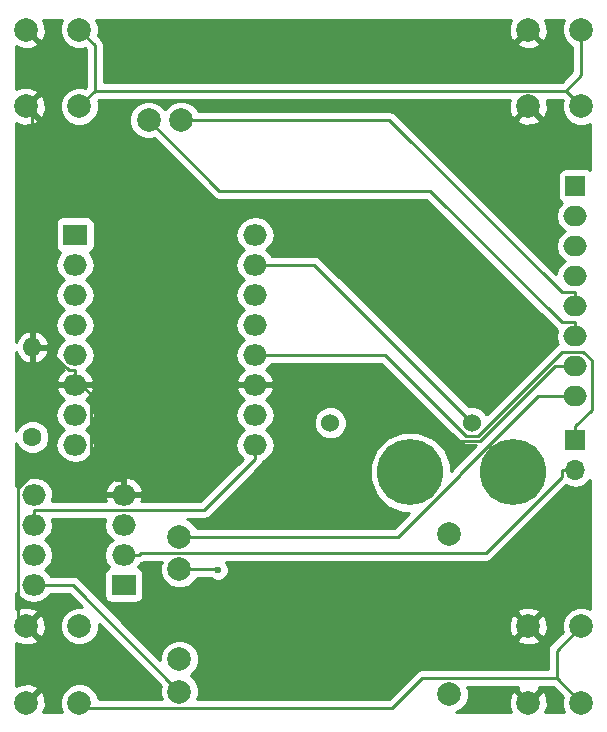
<source format=gbr>
G04 #@! TF.FileFunction,Copper,L2,Bot,Signal*
%FSLAX46Y46*%
G04 Gerber Fmt 4.6, Leading zero omitted, Abs format (unit mm)*
G04 Created by KiCad (PCBNEW 4.0.7-e2-6376~61~ubuntu18.04.1) date Tue Sep  4 16:19:30 2018*
%MOMM*%
%LPD*%
G01*
G04 APERTURE LIST*
%ADD10C,0.100000*%
%ADD11C,1.524000*%
%ADD12C,5.600000*%
%ADD13R,1.700000X1.700000*%
%ADD14O,2.000000X1.700000*%
%ADD15C,2.000000*%
%ADD16R,2.000000X1.800000*%
%ADD17O,2.000000X1.800000*%
%ADD18C,1.600000*%
%ADD19O,1.600000X1.600000*%
%ADD20O,1.700000X1.700000*%
%ADD21C,0.600000*%
%ADD22C,0.250000*%
%ADD23C,0.254000*%
G04 APERTURE END LIST*
D10*
D11*
X160500000Y-122300000D03*
X172500000Y-122300000D03*
D12*
X167250000Y-126500000D03*
X176000000Y-126500000D03*
D13*
X181250000Y-102250000D03*
D14*
X181250000Y-104790000D03*
X181250000Y-107330000D03*
X181250000Y-109870000D03*
X181250000Y-112410000D03*
X181250000Y-114950000D03*
X181250000Y-117490000D03*
X181250000Y-120030000D03*
D15*
X139250000Y-95500000D03*
X134750000Y-95500000D03*
X139250000Y-89000000D03*
X134750000Y-89000000D03*
X181750000Y-95500000D03*
X177250000Y-95500000D03*
X181750000Y-89000000D03*
X177250000Y-89000000D03*
X181750000Y-146000000D03*
X177250000Y-146000000D03*
X181750000Y-139500000D03*
X177250000Y-139500000D03*
X139250000Y-146000000D03*
X134750000Y-146000000D03*
X139250000Y-139500000D03*
X134750000Y-139500000D03*
X147720000Y-142310000D03*
X147720000Y-134690000D03*
X147720000Y-131946800D03*
X147720000Y-145053200D03*
X170580000Y-131743600D03*
X170580000Y-145256400D03*
D16*
X143000000Y-136000000D03*
D17*
X135380000Y-128380000D03*
X143000000Y-133460000D03*
X135380000Y-130920000D03*
X143000000Y-130920000D03*
X135380000Y-133460000D03*
X143000000Y-128380000D03*
X135380000Y-136000000D03*
X154120000Y-124140000D03*
X154120000Y-121600000D03*
X154120000Y-119060000D03*
X154120000Y-116520000D03*
X154120000Y-113980000D03*
X154120000Y-111440000D03*
X154120000Y-108900000D03*
X154120000Y-106360000D03*
X138880000Y-124140000D03*
X138880000Y-121600000D03*
X138880000Y-119060000D03*
X138880000Y-116520000D03*
X138880000Y-113980000D03*
X138880000Y-111440000D03*
X138880000Y-108900000D03*
D16*
X138880000Y-106360000D03*
D15*
X147875000Y-96650000D03*
X145100000Y-96650000D03*
D18*
X135250000Y-123500000D03*
D19*
X135250000Y-115880000D03*
D13*
X181250000Y-123750000D03*
D20*
X181250000Y-126290000D03*
D21*
X150983000Y-134760300D03*
D22*
X159100000Y-108900000D02*
X172500000Y-122300000D01*
X154120000Y-108900000D02*
X159100000Y-108900000D01*
X140575400Y-90325400D02*
X139250000Y-89000000D01*
X140575400Y-94174600D02*
X140575400Y-90325400D01*
X140575400Y-94174600D02*
X139250000Y-95500000D01*
X179655500Y-141594500D02*
X181750000Y-139500000D01*
X179655500Y-143905500D02*
X179655500Y-141594500D01*
X168249000Y-143905500D02*
X179655500Y-143905500D01*
X165741700Y-146412800D02*
X168249000Y-143905500D01*
X139662800Y-146412800D02*
X165741700Y-146412800D01*
X139250000Y-146000000D02*
X139662800Y-146412800D01*
X179655500Y-143905500D02*
X181750000Y-146000000D01*
X181750000Y-92849200D02*
X181750000Y-89000000D01*
X180424600Y-94174600D02*
X181750000Y-92849200D01*
X181750000Y-95500000D02*
X180424600Y-94174600D01*
X180424600Y-94174600D02*
X140575400Y-94174600D01*
X165109300Y-116520000D02*
X154120000Y-116520000D01*
X171989000Y-123399700D02*
X165109300Y-116520000D01*
X172973800Y-123399700D02*
X171989000Y-123399700D01*
X180083300Y-116290200D02*
X172973800Y-123399700D01*
X181897700Y-116290200D02*
X180083300Y-116290200D01*
X182607300Y-116999800D02*
X181897700Y-116290200D01*
X182607300Y-121217400D02*
X182607300Y-116999800D01*
X181250000Y-122574700D02*
X182607300Y-121217400D01*
X181250000Y-123750000D02*
X181250000Y-122574700D01*
X138666800Y-136000000D02*
X135380000Y-136000000D01*
X147720000Y-145053200D02*
X138666800Y-136000000D01*
X149790600Y-129694700D02*
X135380000Y-129694700D01*
X154120000Y-125365300D02*
X149790600Y-129694700D01*
X135380000Y-130920000D02*
X135380000Y-129694700D01*
X154120000Y-124140000D02*
X154120000Y-125365300D01*
X180074700Y-111234700D02*
X181250000Y-111234700D01*
X165490000Y-96650000D02*
X180074700Y-111234700D01*
X147875000Y-96650000D02*
X165490000Y-96650000D01*
X181250000Y-112410000D02*
X181250000Y-111234700D01*
X181250000Y-114950000D02*
X181250000Y-113774700D01*
X180074700Y-113774700D02*
X181250000Y-113774700D01*
X168946600Y-102646600D02*
X180074700Y-113774700D01*
X151096600Y-102646600D02*
X168946600Y-102646600D01*
X145100000Y-96650000D02*
X151096600Y-102646600D01*
X150912700Y-134690000D02*
X150983000Y-134760300D01*
X147720000Y-134690000D02*
X150912700Y-134690000D01*
X135250000Y-96000000D02*
X134750000Y-95500000D01*
X135250000Y-115880000D02*
X135250000Y-96000000D01*
X138330000Y-117834700D02*
X138880000Y-117834700D01*
X136375300Y-115880000D02*
X138330000Y-117834700D01*
X135250000Y-115880000D02*
X136375300Y-115880000D01*
X138880000Y-119060000D02*
X138880000Y-118547200D01*
X138880000Y-118547200D02*
X138880000Y-117834700D01*
X134053600Y-138803600D02*
X134750000Y-139500000D01*
X134053600Y-127810800D02*
X134053600Y-138803600D01*
X136135700Y-125728700D02*
X134053600Y-127810800D01*
X139518600Y-125728700D02*
X136135700Y-125728700D01*
X140231600Y-125015700D02*
X139518600Y-125728700D01*
X142370600Y-127154700D02*
X143000000Y-127154700D01*
X140231600Y-125015700D02*
X142370600Y-127154700D01*
X143000000Y-128380000D02*
X143000000Y-127154700D01*
X165750300Y-119060000D02*
X154120000Y-119060000D01*
X170567600Y-123877300D02*
X165750300Y-119060000D01*
X173133100Y-123877300D02*
X170567600Y-123877300D01*
X179520400Y-117490000D02*
X173133100Y-123877300D01*
X181250000Y-117490000D02*
X179520400Y-117490000D01*
X141070400Y-119060000D02*
X140231600Y-119898800D01*
X154120000Y-119060000D02*
X141070400Y-119060000D01*
X138880000Y-118547200D02*
X140231600Y-119898800D01*
X140231600Y-119898800D02*
X140231600Y-125015700D01*
X178048200Y-120030000D02*
X181250000Y-120030000D01*
X171465700Y-126612500D02*
X178048200Y-120030000D01*
X171465700Y-126705400D02*
X171465700Y-126612500D01*
X166224300Y-131946800D02*
X171465700Y-126705400D01*
X147720000Y-131946800D02*
X166224300Y-131946800D01*
X144466900Y-133318400D02*
X144325300Y-133460000D01*
X173633900Y-133318400D02*
X144466900Y-133318400D01*
X180074700Y-126877600D02*
X173633900Y-133318400D01*
X180074700Y-126290000D02*
X180074700Y-126877600D01*
X181250000Y-126290000D02*
X180074700Y-126290000D01*
X143000000Y-133460000D02*
X144325300Y-133460000D01*
D23*
G36*
X176277073Y-144847468D02*
X177250000Y-145820395D01*
X178222927Y-144847468D01*
X178155649Y-144665500D01*
X179340698Y-144665500D01*
X180183725Y-145508527D01*
X180115284Y-145673352D01*
X180114716Y-146323795D01*
X180307349Y-146790000D01*
X178700692Y-146790000D01*
X178895908Y-146264539D01*
X178871856Y-145614540D01*
X178669387Y-145125736D01*
X178402532Y-145027073D01*
X177429605Y-146000000D01*
X177443748Y-146014143D01*
X177264143Y-146193748D01*
X177250000Y-146179605D01*
X177235858Y-146193748D01*
X177056253Y-146014143D01*
X177070395Y-146000000D01*
X176097468Y-145027073D01*
X175830613Y-145125736D01*
X175604092Y-145735461D01*
X175628144Y-146385460D01*
X175795710Y-146790000D01*
X171149888Y-146790000D01*
X171504943Y-146643294D01*
X171965278Y-146183763D01*
X172214716Y-145583048D01*
X172215284Y-144932605D01*
X172104918Y-144665500D01*
X176344351Y-144665500D01*
X176277073Y-144847468D01*
X176277073Y-144847468D01*
G37*
X176277073Y-144847468D02*
X177250000Y-145820395D01*
X178222927Y-144847468D01*
X178155649Y-144665500D01*
X179340698Y-144665500D01*
X180183725Y-145508527D01*
X180115284Y-145673352D01*
X180114716Y-146323795D01*
X180307349Y-146790000D01*
X178700692Y-146790000D01*
X178895908Y-146264539D01*
X178871856Y-145614540D01*
X178669387Y-145125736D01*
X178402532Y-145027073D01*
X177429605Y-146000000D01*
X177443748Y-146014143D01*
X177264143Y-146193748D01*
X177250000Y-146179605D01*
X177235858Y-146193748D01*
X177056253Y-146014143D01*
X177070395Y-146000000D01*
X176097468Y-145027073D01*
X175830613Y-145125736D01*
X175604092Y-145735461D01*
X175628144Y-146385460D01*
X175795710Y-146790000D01*
X171149888Y-146790000D01*
X171504943Y-146643294D01*
X171965278Y-146183763D01*
X172214716Y-145583048D01*
X172215284Y-144932605D01*
X172104918Y-144665500D01*
X176344351Y-144665500D01*
X176277073Y-144847468D01*
G36*
X134162559Y-137085409D02*
X134660549Y-137418155D01*
X135247968Y-137535000D01*
X135512032Y-137535000D01*
X136099451Y-137418155D01*
X136597441Y-137085409D01*
X136814872Y-136760000D01*
X138351998Y-136760000D01*
X139457178Y-137865180D01*
X138926205Y-137864716D01*
X138325057Y-138113106D01*
X137864722Y-138572637D01*
X137615284Y-139173352D01*
X137614716Y-139823795D01*
X137863106Y-140424943D01*
X138322637Y-140885278D01*
X138923352Y-141134716D01*
X139573795Y-141135284D01*
X140174943Y-140886894D01*
X140635278Y-140427363D01*
X140884716Y-139826648D01*
X140885182Y-139293184D01*
X146153725Y-144561727D01*
X146085284Y-144726552D01*
X146084716Y-145376995D01*
X146198677Y-145652800D01*
X140875613Y-145652800D01*
X140636894Y-145075057D01*
X140177363Y-144614722D01*
X139576648Y-144365284D01*
X138926205Y-144364716D01*
X138325057Y-144613106D01*
X137864722Y-145072637D01*
X137615284Y-145673352D01*
X137614716Y-146323795D01*
X137807349Y-146790000D01*
X136200692Y-146790000D01*
X136395908Y-146264539D01*
X136371856Y-145614540D01*
X136169387Y-145125736D01*
X135902532Y-145027073D01*
X134929605Y-146000000D01*
X134943748Y-146014143D01*
X134764143Y-146193748D01*
X134750000Y-146179605D01*
X134735858Y-146193748D01*
X134556253Y-146014143D01*
X134570395Y-146000000D01*
X134556253Y-145985858D01*
X134735858Y-145806253D01*
X134750000Y-145820395D01*
X135722927Y-144847468D01*
X135624264Y-144580613D01*
X135014539Y-144354092D01*
X134364540Y-144378144D01*
X133910000Y-144566420D01*
X133910000Y-140932117D01*
X134485461Y-141145908D01*
X135135460Y-141121856D01*
X135624264Y-140919387D01*
X135722927Y-140652532D01*
X134750000Y-139679605D01*
X134735858Y-139693748D01*
X134556253Y-139514143D01*
X134570395Y-139500000D01*
X134929605Y-139500000D01*
X135902532Y-140472927D01*
X136169387Y-140374264D01*
X136395908Y-139764539D01*
X136371856Y-139114540D01*
X136169387Y-138625736D01*
X135902532Y-138527073D01*
X134929605Y-139500000D01*
X134570395Y-139500000D01*
X134556253Y-139485858D01*
X134735858Y-139306253D01*
X134750000Y-139320395D01*
X135722927Y-138347468D01*
X135624264Y-138080613D01*
X135014539Y-137854092D01*
X134364540Y-137878144D01*
X133910000Y-138066420D01*
X133910000Y-136707427D01*
X134162559Y-137085409D01*
X134162559Y-137085409D01*
G37*
X134162559Y-137085409D02*
X134660549Y-137418155D01*
X135247968Y-137535000D01*
X135512032Y-137535000D01*
X136099451Y-137418155D01*
X136597441Y-137085409D01*
X136814872Y-136760000D01*
X138351998Y-136760000D01*
X139457178Y-137865180D01*
X138926205Y-137864716D01*
X138325057Y-138113106D01*
X137864722Y-138572637D01*
X137615284Y-139173352D01*
X137614716Y-139823795D01*
X137863106Y-140424943D01*
X138322637Y-140885278D01*
X138923352Y-141134716D01*
X139573795Y-141135284D01*
X140174943Y-140886894D01*
X140635278Y-140427363D01*
X140884716Y-139826648D01*
X140885182Y-139293184D01*
X146153725Y-144561727D01*
X146085284Y-144726552D01*
X146084716Y-145376995D01*
X146198677Y-145652800D01*
X140875613Y-145652800D01*
X140636894Y-145075057D01*
X140177363Y-144614722D01*
X139576648Y-144365284D01*
X138926205Y-144364716D01*
X138325057Y-144613106D01*
X137864722Y-145072637D01*
X137615284Y-145673352D01*
X137614716Y-146323795D01*
X137807349Y-146790000D01*
X136200692Y-146790000D01*
X136395908Y-146264539D01*
X136371856Y-145614540D01*
X136169387Y-145125736D01*
X135902532Y-145027073D01*
X134929605Y-146000000D01*
X134943748Y-146014143D01*
X134764143Y-146193748D01*
X134750000Y-146179605D01*
X134735858Y-146193748D01*
X134556253Y-146014143D01*
X134570395Y-146000000D01*
X134556253Y-145985858D01*
X134735858Y-145806253D01*
X134750000Y-145820395D01*
X135722927Y-144847468D01*
X135624264Y-144580613D01*
X135014539Y-144354092D01*
X134364540Y-144378144D01*
X133910000Y-144566420D01*
X133910000Y-140932117D01*
X134485461Y-141145908D01*
X135135460Y-141121856D01*
X135624264Y-140919387D01*
X135722927Y-140652532D01*
X134750000Y-139679605D01*
X134735858Y-139693748D01*
X134556253Y-139514143D01*
X134570395Y-139500000D01*
X134929605Y-139500000D01*
X135902532Y-140472927D01*
X136169387Y-140374264D01*
X136395908Y-139764539D01*
X136371856Y-139114540D01*
X136169387Y-138625736D01*
X135902532Y-138527073D01*
X134929605Y-139500000D01*
X134570395Y-139500000D01*
X134556253Y-139485858D01*
X134735858Y-139306253D01*
X134750000Y-139320395D01*
X135722927Y-138347468D01*
X135624264Y-138080613D01*
X135014539Y-137854092D01*
X134364540Y-137878144D01*
X133910000Y-138066420D01*
X133910000Y-136707427D01*
X134162559Y-137085409D01*
G36*
X182490000Y-138036922D02*
X182076648Y-137865284D01*
X181426205Y-137864716D01*
X180825057Y-138113106D01*
X180364722Y-138572637D01*
X180115284Y-139173352D01*
X180114716Y-139823795D01*
X180183919Y-139991279D01*
X179118099Y-141057099D01*
X178953352Y-141303661D01*
X178895500Y-141594500D01*
X178895500Y-143145500D01*
X168249000Y-143145500D01*
X167958161Y-143203352D01*
X167711599Y-143368099D01*
X165426898Y-145652800D01*
X149241377Y-145652800D01*
X149354716Y-145379848D01*
X149355284Y-144729405D01*
X149106894Y-144128257D01*
X148660641Y-143681223D01*
X149105278Y-143237363D01*
X149354716Y-142636648D01*
X149355284Y-141986205D01*
X149106894Y-141385057D01*
X148647363Y-140924722D01*
X148046648Y-140675284D01*
X147396205Y-140674716D01*
X146795057Y-140923106D01*
X146334722Y-141382637D01*
X146085284Y-141983352D01*
X146084970Y-142343368D01*
X144394134Y-140652532D01*
X176277073Y-140652532D01*
X176375736Y-140919387D01*
X176985461Y-141145908D01*
X177635460Y-141121856D01*
X178124264Y-140919387D01*
X178222927Y-140652532D01*
X177250000Y-139679605D01*
X176277073Y-140652532D01*
X144394134Y-140652532D01*
X142977063Y-139235461D01*
X175604092Y-139235461D01*
X175628144Y-139885460D01*
X175830613Y-140374264D01*
X176097468Y-140472927D01*
X177070395Y-139500000D01*
X177429605Y-139500000D01*
X178402532Y-140472927D01*
X178669387Y-140374264D01*
X178895908Y-139764539D01*
X178871856Y-139114540D01*
X178669387Y-138625736D01*
X178402532Y-138527073D01*
X177429605Y-139500000D01*
X177070395Y-139500000D01*
X176097468Y-138527073D01*
X175830613Y-138625736D01*
X175604092Y-139235461D01*
X142977063Y-139235461D01*
X142089070Y-138347468D01*
X176277073Y-138347468D01*
X177250000Y-139320395D01*
X178222927Y-138347468D01*
X178124264Y-138080613D01*
X177514539Y-137854092D01*
X176864540Y-137878144D01*
X176375736Y-138080613D01*
X176277073Y-138347468D01*
X142089070Y-138347468D01*
X139204201Y-135462599D01*
X138957639Y-135297852D01*
X138666800Y-135240000D01*
X136814872Y-135240000D01*
X136597441Y-134914591D01*
X136321181Y-134730000D01*
X136597441Y-134545409D01*
X136930187Y-134047419D01*
X137047032Y-133460000D01*
X136930187Y-132872581D01*
X136597441Y-132374591D01*
X136321181Y-132190000D01*
X136597441Y-132005409D01*
X136930187Y-131507419D01*
X137047032Y-130920000D01*
X136954478Y-130454700D01*
X141425522Y-130454700D01*
X141332968Y-130920000D01*
X141449813Y-131507419D01*
X141782559Y-132005409D01*
X142058819Y-132190000D01*
X141782559Y-132374591D01*
X141449813Y-132872581D01*
X141332968Y-133460000D01*
X141449813Y-134047419D01*
X141754488Y-134503398D01*
X141548559Y-134635910D01*
X141403569Y-134848110D01*
X141352560Y-135100000D01*
X141352560Y-136900000D01*
X141396838Y-137135317D01*
X141535910Y-137351441D01*
X141748110Y-137496431D01*
X142000000Y-137547440D01*
X144000000Y-137547440D01*
X144235317Y-137503162D01*
X144451441Y-137364090D01*
X144596431Y-137151890D01*
X144647440Y-136900000D01*
X144647440Y-135100000D01*
X144603162Y-134864683D01*
X144464090Y-134648559D01*
X144251890Y-134503569D01*
X144246171Y-134502411D01*
X144451668Y-134194864D01*
X144616139Y-134162148D01*
X144741477Y-134078400D01*
X146203606Y-134078400D01*
X146085284Y-134363352D01*
X146084716Y-135013795D01*
X146333106Y-135614943D01*
X146792637Y-136075278D01*
X147393352Y-136324716D01*
X148043795Y-136325284D01*
X148644943Y-136076894D01*
X149105278Y-135617363D01*
X149174773Y-135450000D01*
X150350360Y-135450000D01*
X150452673Y-135552492D01*
X150796201Y-135695138D01*
X151168167Y-135695462D01*
X151511943Y-135553417D01*
X151775192Y-135290627D01*
X151917838Y-134947099D01*
X151918162Y-134575133D01*
X151776117Y-134231357D01*
X151623427Y-134078400D01*
X173633900Y-134078400D01*
X173924739Y-134020548D01*
X174171301Y-133855801D01*
X180480290Y-127546812D01*
X180652622Y-127661961D01*
X181220907Y-127775000D01*
X181279093Y-127775000D01*
X181847378Y-127661961D01*
X182329147Y-127340054D01*
X182490000Y-127099320D01*
X182490000Y-138036922D01*
X182490000Y-138036922D01*
G37*
X182490000Y-138036922D02*
X182076648Y-137865284D01*
X181426205Y-137864716D01*
X180825057Y-138113106D01*
X180364722Y-138572637D01*
X180115284Y-139173352D01*
X180114716Y-139823795D01*
X180183919Y-139991279D01*
X179118099Y-141057099D01*
X178953352Y-141303661D01*
X178895500Y-141594500D01*
X178895500Y-143145500D01*
X168249000Y-143145500D01*
X167958161Y-143203352D01*
X167711599Y-143368099D01*
X165426898Y-145652800D01*
X149241377Y-145652800D01*
X149354716Y-145379848D01*
X149355284Y-144729405D01*
X149106894Y-144128257D01*
X148660641Y-143681223D01*
X149105278Y-143237363D01*
X149354716Y-142636648D01*
X149355284Y-141986205D01*
X149106894Y-141385057D01*
X148647363Y-140924722D01*
X148046648Y-140675284D01*
X147396205Y-140674716D01*
X146795057Y-140923106D01*
X146334722Y-141382637D01*
X146085284Y-141983352D01*
X146084970Y-142343368D01*
X144394134Y-140652532D01*
X176277073Y-140652532D01*
X176375736Y-140919387D01*
X176985461Y-141145908D01*
X177635460Y-141121856D01*
X178124264Y-140919387D01*
X178222927Y-140652532D01*
X177250000Y-139679605D01*
X176277073Y-140652532D01*
X144394134Y-140652532D01*
X142977063Y-139235461D01*
X175604092Y-139235461D01*
X175628144Y-139885460D01*
X175830613Y-140374264D01*
X176097468Y-140472927D01*
X177070395Y-139500000D01*
X177429605Y-139500000D01*
X178402532Y-140472927D01*
X178669387Y-140374264D01*
X178895908Y-139764539D01*
X178871856Y-139114540D01*
X178669387Y-138625736D01*
X178402532Y-138527073D01*
X177429605Y-139500000D01*
X177070395Y-139500000D01*
X176097468Y-138527073D01*
X175830613Y-138625736D01*
X175604092Y-139235461D01*
X142977063Y-139235461D01*
X142089070Y-138347468D01*
X176277073Y-138347468D01*
X177250000Y-139320395D01*
X178222927Y-138347468D01*
X178124264Y-138080613D01*
X177514539Y-137854092D01*
X176864540Y-137878144D01*
X176375736Y-138080613D01*
X176277073Y-138347468D01*
X142089070Y-138347468D01*
X139204201Y-135462599D01*
X138957639Y-135297852D01*
X138666800Y-135240000D01*
X136814872Y-135240000D01*
X136597441Y-134914591D01*
X136321181Y-134730000D01*
X136597441Y-134545409D01*
X136930187Y-134047419D01*
X137047032Y-133460000D01*
X136930187Y-132872581D01*
X136597441Y-132374591D01*
X136321181Y-132190000D01*
X136597441Y-132005409D01*
X136930187Y-131507419D01*
X137047032Y-130920000D01*
X136954478Y-130454700D01*
X141425522Y-130454700D01*
X141332968Y-130920000D01*
X141449813Y-131507419D01*
X141782559Y-132005409D01*
X142058819Y-132190000D01*
X141782559Y-132374591D01*
X141449813Y-132872581D01*
X141332968Y-133460000D01*
X141449813Y-134047419D01*
X141754488Y-134503398D01*
X141548559Y-134635910D01*
X141403569Y-134848110D01*
X141352560Y-135100000D01*
X141352560Y-136900000D01*
X141396838Y-137135317D01*
X141535910Y-137351441D01*
X141748110Y-137496431D01*
X142000000Y-137547440D01*
X144000000Y-137547440D01*
X144235317Y-137503162D01*
X144451441Y-137364090D01*
X144596431Y-137151890D01*
X144647440Y-136900000D01*
X144647440Y-135100000D01*
X144603162Y-134864683D01*
X144464090Y-134648559D01*
X144251890Y-134503569D01*
X144246171Y-134502411D01*
X144451668Y-134194864D01*
X144616139Y-134162148D01*
X144741477Y-134078400D01*
X146203606Y-134078400D01*
X146085284Y-134363352D01*
X146084716Y-135013795D01*
X146333106Y-135614943D01*
X146792637Y-136075278D01*
X147393352Y-136324716D01*
X148043795Y-136325284D01*
X148644943Y-136076894D01*
X149105278Y-135617363D01*
X149174773Y-135450000D01*
X150350360Y-135450000D01*
X150452673Y-135552492D01*
X150796201Y-135695138D01*
X151168167Y-135695462D01*
X151511943Y-135553417D01*
X151775192Y-135290627D01*
X151917838Y-134947099D01*
X151918162Y-134575133D01*
X151776117Y-134231357D01*
X151623427Y-134078400D01*
X173633900Y-134078400D01*
X173924739Y-134020548D01*
X174171301Y-133855801D01*
X180480290Y-127546812D01*
X180652622Y-127661961D01*
X181220907Y-127775000D01*
X181279093Y-127775000D01*
X181847378Y-127661961D01*
X182329147Y-127340054D01*
X182490000Y-127099320D01*
X182490000Y-138036922D01*
G36*
X137615284Y-88673352D02*
X137614716Y-89323795D01*
X137863106Y-89924943D01*
X138322637Y-90385278D01*
X138923352Y-90634716D01*
X139573795Y-90635284D01*
X139741279Y-90566081D01*
X139815400Y-90640202D01*
X139815400Y-93859798D01*
X139741473Y-93933725D01*
X139576648Y-93865284D01*
X138926205Y-93864716D01*
X138325057Y-94113106D01*
X137864722Y-94572637D01*
X137615284Y-95173352D01*
X137614716Y-95823795D01*
X137863106Y-96424943D01*
X138322637Y-96885278D01*
X138923352Y-97134716D01*
X139573795Y-97135284D01*
X140174943Y-96886894D01*
X140635278Y-96427363D01*
X140884716Y-95826648D01*
X140885284Y-95176205D01*
X140816081Y-95008721D01*
X140890202Y-94934600D01*
X175715866Y-94934600D01*
X175604092Y-95235461D01*
X175628144Y-95885460D01*
X175830613Y-96374264D01*
X176097468Y-96472927D01*
X177070395Y-95500000D01*
X177056253Y-95485858D01*
X177235858Y-95306253D01*
X177250000Y-95320395D01*
X177264143Y-95306253D01*
X177443748Y-95485858D01*
X177429605Y-95500000D01*
X178402532Y-96472927D01*
X178669387Y-96374264D01*
X178895908Y-95764539D01*
X178871856Y-95114540D01*
X178797323Y-94934600D01*
X180109798Y-94934600D01*
X180183725Y-95008527D01*
X180115284Y-95173352D01*
X180114716Y-95823795D01*
X180363106Y-96424943D01*
X180822637Y-96885278D01*
X181423352Y-97134716D01*
X182073795Y-97135284D01*
X182490000Y-96963311D01*
X182490000Y-100897935D01*
X182351890Y-100803569D01*
X182100000Y-100752560D01*
X180400000Y-100752560D01*
X180164683Y-100796838D01*
X179948559Y-100935910D01*
X179803569Y-101148110D01*
X179752560Y-101400000D01*
X179752560Y-103100000D01*
X179796838Y-103335317D01*
X179935910Y-103551441D01*
X180115938Y-103674449D01*
X180017914Y-103739946D01*
X179696007Y-104221715D01*
X179582968Y-104790000D01*
X179696007Y-105358285D01*
X180017914Y-105840054D01*
X180347087Y-106060000D01*
X180017914Y-106279946D01*
X179696007Y-106761715D01*
X179582968Y-107330000D01*
X179696007Y-107898285D01*
X180017914Y-108380054D01*
X180347087Y-108600000D01*
X180017914Y-108819946D01*
X179696007Y-109301715D01*
X179616454Y-109701652D01*
X166567334Y-96652532D01*
X176277073Y-96652532D01*
X176375736Y-96919387D01*
X176985461Y-97145908D01*
X177635460Y-97121856D01*
X178124264Y-96919387D01*
X178222927Y-96652532D01*
X177250000Y-95679605D01*
X176277073Y-96652532D01*
X166567334Y-96652532D01*
X166027401Y-96112599D01*
X165780839Y-95947852D01*
X165490000Y-95890000D01*
X149330047Y-95890000D01*
X149261894Y-95725057D01*
X148802363Y-95264722D01*
X148201648Y-95015284D01*
X147551205Y-95014716D01*
X146950057Y-95263106D01*
X146489722Y-95722637D01*
X146487803Y-95727258D01*
X146486894Y-95725057D01*
X146027363Y-95264722D01*
X145426648Y-95015284D01*
X144776205Y-95014716D01*
X144175057Y-95263106D01*
X143714722Y-95722637D01*
X143465284Y-96323352D01*
X143464716Y-96973795D01*
X143713106Y-97574943D01*
X144172637Y-98035278D01*
X144773352Y-98284716D01*
X145423795Y-98285284D01*
X145591279Y-98216081D01*
X150559199Y-103184001D01*
X150805761Y-103348748D01*
X151096600Y-103406600D01*
X168631798Y-103406600D01*
X179537299Y-114312101D01*
X179689611Y-114413872D01*
X179582968Y-114950000D01*
X179696007Y-115518285D01*
X179758006Y-115611073D01*
X179545899Y-115752799D01*
X173715415Y-121583283D01*
X173685010Y-121509697D01*
X173292370Y-121116371D01*
X172779100Y-120903243D01*
X172223339Y-120902758D01*
X172190945Y-120916143D01*
X159637401Y-108362599D01*
X159390839Y-108197852D01*
X159100000Y-108140000D01*
X155554872Y-108140000D01*
X155337441Y-107814591D01*
X155061181Y-107630000D01*
X155337441Y-107445409D01*
X155670187Y-106947419D01*
X155787032Y-106360000D01*
X155670187Y-105772581D01*
X155337441Y-105274591D01*
X154839451Y-104941845D01*
X154252032Y-104825000D01*
X153987968Y-104825000D01*
X153400549Y-104941845D01*
X152902559Y-105274591D01*
X152569813Y-105772581D01*
X152452968Y-106360000D01*
X152569813Y-106947419D01*
X152902559Y-107445409D01*
X153178819Y-107630000D01*
X152902559Y-107814591D01*
X152569813Y-108312581D01*
X152452968Y-108900000D01*
X152569813Y-109487419D01*
X152902559Y-109985409D01*
X153178819Y-110170000D01*
X152902559Y-110354591D01*
X152569813Y-110852581D01*
X152452968Y-111440000D01*
X152569813Y-112027419D01*
X152902559Y-112525409D01*
X153178819Y-112710000D01*
X152902559Y-112894591D01*
X152569813Y-113392581D01*
X152452968Y-113980000D01*
X152569813Y-114567419D01*
X152902559Y-115065409D01*
X153178819Y-115250000D01*
X152902559Y-115434591D01*
X152569813Y-115932581D01*
X152452968Y-116520000D01*
X152569813Y-117107419D01*
X152902559Y-117605409D01*
X153174054Y-117786816D01*
X152763191Y-118180248D01*
X152528964Y-118695260D01*
X152649622Y-118933000D01*
X153993000Y-118933000D01*
X153993000Y-118913000D01*
X154247000Y-118913000D01*
X154247000Y-118933000D01*
X155590378Y-118933000D01*
X155711036Y-118695260D01*
X155476809Y-118180248D01*
X155065946Y-117786816D01*
X155337441Y-117605409D01*
X155554872Y-117280000D01*
X164794498Y-117280000D01*
X171451599Y-123937101D01*
X171698161Y-124101848D01*
X171989000Y-124159700D01*
X172843698Y-124159700D01*
X170928299Y-126075099D01*
X170763552Y-126321661D01*
X170760800Y-126335498D01*
X170685079Y-126411219D01*
X170685595Y-125819734D01*
X170163750Y-124556771D01*
X169198312Y-123589646D01*
X167936261Y-123065597D01*
X166569734Y-123064405D01*
X165306771Y-123586250D01*
X164339646Y-124551688D01*
X163815597Y-125813739D01*
X163814405Y-127180266D01*
X164336250Y-128443229D01*
X165301688Y-129410354D01*
X166563739Y-129934403D01*
X167161374Y-129934924D01*
X165909498Y-131186800D01*
X149175047Y-131186800D01*
X149106894Y-131021857D01*
X148647363Y-130561522D01*
X148390106Y-130454700D01*
X149790600Y-130454700D01*
X150081439Y-130396848D01*
X150328001Y-130232101D01*
X154657401Y-125902701D01*
X154822148Y-125656140D01*
X154841974Y-125556469D01*
X155337441Y-125225409D01*
X155670187Y-124727419D01*
X155787032Y-124140000D01*
X155670187Y-123552581D01*
X155337441Y-123054591D01*
X155061181Y-122870000D01*
X155337441Y-122685409D01*
X155410104Y-122576661D01*
X159102758Y-122576661D01*
X159314990Y-123090303D01*
X159707630Y-123483629D01*
X160220900Y-123696757D01*
X160776661Y-123697242D01*
X161290303Y-123485010D01*
X161683629Y-123092370D01*
X161896757Y-122579100D01*
X161897242Y-122023339D01*
X161685010Y-121509697D01*
X161292370Y-121116371D01*
X160779100Y-120903243D01*
X160223339Y-120902758D01*
X159709697Y-121114990D01*
X159316371Y-121507630D01*
X159103243Y-122020900D01*
X159102758Y-122576661D01*
X155410104Y-122576661D01*
X155670187Y-122187419D01*
X155787032Y-121600000D01*
X155670187Y-121012581D01*
X155337441Y-120514591D01*
X155065946Y-120333184D01*
X155476809Y-119939752D01*
X155711036Y-119424740D01*
X155590378Y-119187000D01*
X154247000Y-119187000D01*
X154247000Y-119207000D01*
X153993000Y-119207000D01*
X153993000Y-119187000D01*
X152649622Y-119187000D01*
X152528964Y-119424740D01*
X152763191Y-119939752D01*
X153174054Y-120333184D01*
X152902559Y-120514591D01*
X152569813Y-121012581D01*
X152452968Y-121600000D01*
X152569813Y-122187419D01*
X152902559Y-122685409D01*
X153178819Y-122870000D01*
X152902559Y-123054591D01*
X152569813Y-123552581D01*
X152452968Y-124140000D01*
X152569813Y-124727419D01*
X152902559Y-125225409D01*
X153071923Y-125338575D01*
X149475798Y-128934700D01*
X144504642Y-128934700D01*
X144591036Y-128744740D01*
X144470378Y-128507000D01*
X143127000Y-128507000D01*
X143127000Y-128527000D01*
X142873000Y-128527000D01*
X142873000Y-128507000D01*
X141529622Y-128507000D01*
X141408964Y-128744740D01*
X141495358Y-128934700D01*
X136936695Y-128934700D01*
X137047032Y-128380000D01*
X136974481Y-128015260D01*
X141408964Y-128015260D01*
X141529622Y-128253000D01*
X142873000Y-128253000D01*
X142873000Y-127004865D01*
X143127000Y-127004865D01*
X143127000Y-128253000D01*
X144470378Y-128253000D01*
X144591036Y-128015260D01*
X144356809Y-127500248D01*
X143924474Y-127086255D01*
X143366620Y-126869223D01*
X143127000Y-127004865D01*
X142873000Y-127004865D01*
X142633380Y-126869223D01*
X142075526Y-127086255D01*
X141643191Y-127500248D01*
X141408964Y-128015260D01*
X136974481Y-128015260D01*
X136930187Y-127792581D01*
X136597441Y-127294591D01*
X136099451Y-126961845D01*
X135512032Y-126845000D01*
X135247968Y-126845000D01*
X134660549Y-126961845D01*
X134162559Y-127294591D01*
X133910000Y-127672573D01*
X133910000Y-124014705D01*
X134032757Y-124311800D01*
X134436077Y-124715824D01*
X134963309Y-124934750D01*
X135534187Y-124935248D01*
X136061800Y-124717243D01*
X136465824Y-124313923D01*
X136684750Y-123786691D01*
X136685248Y-123215813D01*
X136467243Y-122688200D01*
X136063923Y-122284176D01*
X135536691Y-122065250D01*
X134965813Y-122064752D01*
X134438200Y-122282757D01*
X134034176Y-122686077D01*
X133910000Y-122985126D01*
X133910000Y-121600000D01*
X137212968Y-121600000D01*
X137329813Y-122187419D01*
X137662559Y-122685409D01*
X137938819Y-122870000D01*
X137662559Y-123054591D01*
X137329813Y-123552581D01*
X137212968Y-124140000D01*
X137329813Y-124727419D01*
X137662559Y-125225409D01*
X138160549Y-125558155D01*
X138747968Y-125675000D01*
X139012032Y-125675000D01*
X139599451Y-125558155D01*
X140097441Y-125225409D01*
X140430187Y-124727419D01*
X140547032Y-124140000D01*
X140430187Y-123552581D01*
X140097441Y-123054591D01*
X139821181Y-122870000D01*
X140097441Y-122685409D01*
X140430187Y-122187419D01*
X140547032Y-121600000D01*
X140430187Y-121012581D01*
X140097441Y-120514591D01*
X139825946Y-120333184D01*
X140236809Y-119939752D01*
X140471036Y-119424740D01*
X140350378Y-119187000D01*
X139007000Y-119187000D01*
X139007000Y-119207000D01*
X138753000Y-119207000D01*
X138753000Y-119187000D01*
X137409622Y-119187000D01*
X137288964Y-119424740D01*
X137523191Y-119939752D01*
X137934054Y-120333184D01*
X137662559Y-120514591D01*
X137329813Y-121012581D01*
X137212968Y-121600000D01*
X133910000Y-121600000D01*
X133910000Y-116338730D01*
X134097611Y-116735134D01*
X134512577Y-117111041D01*
X134900961Y-117271904D01*
X135123000Y-117149915D01*
X135123000Y-116007000D01*
X135377000Y-116007000D01*
X135377000Y-117149915D01*
X135599039Y-117271904D01*
X135987423Y-117111041D01*
X136402389Y-116735134D01*
X136641914Y-116229041D01*
X136520629Y-116007000D01*
X135377000Y-116007000D01*
X135123000Y-116007000D01*
X135103000Y-116007000D01*
X135103000Y-115753000D01*
X135123000Y-115753000D01*
X135123000Y-114610085D01*
X135377000Y-114610085D01*
X135377000Y-115753000D01*
X136520629Y-115753000D01*
X136641914Y-115530959D01*
X136402389Y-115024866D01*
X135987423Y-114648959D01*
X135599039Y-114488096D01*
X135377000Y-114610085D01*
X135123000Y-114610085D01*
X134900961Y-114488096D01*
X134512577Y-114648959D01*
X134097611Y-115024866D01*
X133910000Y-115421270D01*
X133910000Y-108900000D01*
X137212968Y-108900000D01*
X137329813Y-109487419D01*
X137662559Y-109985409D01*
X137938819Y-110170000D01*
X137662559Y-110354591D01*
X137329813Y-110852581D01*
X137212968Y-111440000D01*
X137329813Y-112027419D01*
X137662559Y-112525409D01*
X137938819Y-112710000D01*
X137662559Y-112894591D01*
X137329813Y-113392581D01*
X137212968Y-113980000D01*
X137329813Y-114567419D01*
X137662559Y-115065409D01*
X137938819Y-115250000D01*
X137662559Y-115434591D01*
X137329813Y-115932581D01*
X137212968Y-116520000D01*
X137329813Y-117107419D01*
X137662559Y-117605409D01*
X137934054Y-117786816D01*
X137523191Y-118180248D01*
X137288964Y-118695260D01*
X137409622Y-118933000D01*
X138753000Y-118933000D01*
X138753000Y-118913000D01*
X139007000Y-118913000D01*
X139007000Y-118933000D01*
X140350378Y-118933000D01*
X140471036Y-118695260D01*
X140236809Y-118180248D01*
X139825946Y-117786816D01*
X140097441Y-117605409D01*
X140430187Y-117107419D01*
X140547032Y-116520000D01*
X140430187Y-115932581D01*
X140097441Y-115434591D01*
X139821181Y-115250000D01*
X140097441Y-115065409D01*
X140430187Y-114567419D01*
X140547032Y-113980000D01*
X140430187Y-113392581D01*
X140097441Y-112894591D01*
X139821181Y-112710000D01*
X140097441Y-112525409D01*
X140430187Y-112027419D01*
X140547032Y-111440000D01*
X140430187Y-110852581D01*
X140097441Y-110354591D01*
X139821181Y-110170000D01*
X140097441Y-109985409D01*
X140430187Y-109487419D01*
X140547032Y-108900000D01*
X140430187Y-108312581D01*
X140125512Y-107856602D01*
X140331441Y-107724090D01*
X140476431Y-107511890D01*
X140527440Y-107260000D01*
X140527440Y-105460000D01*
X140483162Y-105224683D01*
X140344090Y-105008559D01*
X140131890Y-104863569D01*
X139880000Y-104812560D01*
X137880000Y-104812560D01*
X137644683Y-104856838D01*
X137428559Y-104995910D01*
X137283569Y-105208110D01*
X137232560Y-105460000D01*
X137232560Y-107260000D01*
X137276838Y-107495317D01*
X137415910Y-107711441D01*
X137628110Y-107856431D01*
X137633829Y-107857589D01*
X137329813Y-108312581D01*
X137212968Y-108900000D01*
X133910000Y-108900000D01*
X133910000Y-96932117D01*
X134485461Y-97145908D01*
X135135460Y-97121856D01*
X135624264Y-96919387D01*
X135722927Y-96652532D01*
X134750000Y-95679605D01*
X134735858Y-95693748D01*
X134556253Y-95514143D01*
X134570395Y-95500000D01*
X134929605Y-95500000D01*
X135902532Y-96472927D01*
X136169387Y-96374264D01*
X136395908Y-95764539D01*
X136371856Y-95114540D01*
X136169387Y-94625736D01*
X135902532Y-94527073D01*
X134929605Y-95500000D01*
X134570395Y-95500000D01*
X134556253Y-95485858D01*
X134735858Y-95306253D01*
X134750000Y-95320395D01*
X135722927Y-94347468D01*
X135624264Y-94080613D01*
X135014539Y-93854092D01*
X134364540Y-93878144D01*
X133910000Y-94066420D01*
X133910000Y-90432117D01*
X134485461Y-90645908D01*
X135135460Y-90621856D01*
X135624264Y-90419387D01*
X135722927Y-90152532D01*
X134750000Y-89179605D01*
X134735858Y-89193748D01*
X134556253Y-89014143D01*
X134570395Y-89000000D01*
X134556253Y-88985858D01*
X134735858Y-88806253D01*
X134750000Y-88820395D01*
X134764143Y-88806253D01*
X134943748Y-88985858D01*
X134929605Y-89000000D01*
X135902532Y-89972927D01*
X136169387Y-89874264D01*
X136395908Y-89264539D01*
X136371856Y-88614540D01*
X136204290Y-88210000D01*
X137807684Y-88210000D01*
X137615284Y-88673352D01*
X137615284Y-88673352D01*
G37*
X137615284Y-88673352D02*
X137614716Y-89323795D01*
X137863106Y-89924943D01*
X138322637Y-90385278D01*
X138923352Y-90634716D01*
X139573795Y-90635284D01*
X139741279Y-90566081D01*
X139815400Y-90640202D01*
X139815400Y-93859798D01*
X139741473Y-93933725D01*
X139576648Y-93865284D01*
X138926205Y-93864716D01*
X138325057Y-94113106D01*
X137864722Y-94572637D01*
X137615284Y-95173352D01*
X137614716Y-95823795D01*
X137863106Y-96424943D01*
X138322637Y-96885278D01*
X138923352Y-97134716D01*
X139573795Y-97135284D01*
X140174943Y-96886894D01*
X140635278Y-96427363D01*
X140884716Y-95826648D01*
X140885284Y-95176205D01*
X140816081Y-95008721D01*
X140890202Y-94934600D01*
X175715866Y-94934600D01*
X175604092Y-95235461D01*
X175628144Y-95885460D01*
X175830613Y-96374264D01*
X176097468Y-96472927D01*
X177070395Y-95500000D01*
X177056253Y-95485858D01*
X177235858Y-95306253D01*
X177250000Y-95320395D01*
X177264143Y-95306253D01*
X177443748Y-95485858D01*
X177429605Y-95500000D01*
X178402532Y-96472927D01*
X178669387Y-96374264D01*
X178895908Y-95764539D01*
X178871856Y-95114540D01*
X178797323Y-94934600D01*
X180109798Y-94934600D01*
X180183725Y-95008527D01*
X180115284Y-95173352D01*
X180114716Y-95823795D01*
X180363106Y-96424943D01*
X180822637Y-96885278D01*
X181423352Y-97134716D01*
X182073795Y-97135284D01*
X182490000Y-96963311D01*
X182490000Y-100897935D01*
X182351890Y-100803569D01*
X182100000Y-100752560D01*
X180400000Y-100752560D01*
X180164683Y-100796838D01*
X179948559Y-100935910D01*
X179803569Y-101148110D01*
X179752560Y-101400000D01*
X179752560Y-103100000D01*
X179796838Y-103335317D01*
X179935910Y-103551441D01*
X180115938Y-103674449D01*
X180017914Y-103739946D01*
X179696007Y-104221715D01*
X179582968Y-104790000D01*
X179696007Y-105358285D01*
X180017914Y-105840054D01*
X180347087Y-106060000D01*
X180017914Y-106279946D01*
X179696007Y-106761715D01*
X179582968Y-107330000D01*
X179696007Y-107898285D01*
X180017914Y-108380054D01*
X180347087Y-108600000D01*
X180017914Y-108819946D01*
X179696007Y-109301715D01*
X179616454Y-109701652D01*
X166567334Y-96652532D01*
X176277073Y-96652532D01*
X176375736Y-96919387D01*
X176985461Y-97145908D01*
X177635460Y-97121856D01*
X178124264Y-96919387D01*
X178222927Y-96652532D01*
X177250000Y-95679605D01*
X176277073Y-96652532D01*
X166567334Y-96652532D01*
X166027401Y-96112599D01*
X165780839Y-95947852D01*
X165490000Y-95890000D01*
X149330047Y-95890000D01*
X149261894Y-95725057D01*
X148802363Y-95264722D01*
X148201648Y-95015284D01*
X147551205Y-95014716D01*
X146950057Y-95263106D01*
X146489722Y-95722637D01*
X146487803Y-95727258D01*
X146486894Y-95725057D01*
X146027363Y-95264722D01*
X145426648Y-95015284D01*
X144776205Y-95014716D01*
X144175057Y-95263106D01*
X143714722Y-95722637D01*
X143465284Y-96323352D01*
X143464716Y-96973795D01*
X143713106Y-97574943D01*
X144172637Y-98035278D01*
X144773352Y-98284716D01*
X145423795Y-98285284D01*
X145591279Y-98216081D01*
X150559199Y-103184001D01*
X150805761Y-103348748D01*
X151096600Y-103406600D01*
X168631798Y-103406600D01*
X179537299Y-114312101D01*
X179689611Y-114413872D01*
X179582968Y-114950000D01*
X179696007Y-115518285D01*
X179758006Y-115611073D01*
X179545899Y-115752799D01*
X173715415Y-121583283D01*
X173685010Y-121509697D01*
X173292370Y-121116371D01*
X172779100Y-120903243D01*
X172223339Y-120902758D01*
X172190945Y-120916143D01*
X159637401Y-108362599D01*
X159390839Y-108197852D01*
X159100000Y-108140000D01*
X155554872Y-108140000D01*
X155337441Y-107814591D01*
X155061181Y-107630000D01*
X155337441Y-107445409D01*
X155670187Y-106947419D01*
X155787032Y-106360000D01*
X155670187Y-105772581D01*
X155337441Y-105274591D01*
X154839451Y-104941845D01*
X154252032Y-104825000D01*
X153987968Y-104825000D01*
X153400549Y-104941845D01*
X152902559Y-105274591D01*
X152569813Y-105772581D01*
X152452968Y-106360000D01*
X152569813Y-106947419D01*
X152902559Y-107445409D01*
X153178819Y-107630000D01*
X152902559Y-107814591D01*
X152569813Y-108312581D01*
X152452968Y-108900000D01*
X152569813Y-109487419D01*
X152902559Y-109985409D01*
X153178819Y-110170000D01*
X152902559Y-110354591D01*
X152569813Y-110852581D01*
X152452968Y-111440000D01*
X152569813Y-112027419D01*
X152902559Y-112525409D01*
X153178819Y-112710000D01*
X152902559Y-112894591D01*
X152569813Y-113392581D01*
X152452968Y-113980000D01*
X152569813Y-114567419D01*
X152902559Y-115065409D01*
X153178819Y-115250000D01*
X152902559Y-115434591D01*
X152569813Y-115932581D01*
X152452968Y-116520000D01*
X152569813Y-117107419D01*
X152902559Y-117605409D01*
X153174054Y-117786816D01*
X152763191Y-118180248D01*
X152528964Y-118695260D01*
X152649622Y-118933000D01*
X153993000Y-118933000D01*
X153993000Y-118913000D01*
X154247000Y-118913000D01*
X154247000Y-118933000D01*
X155590378Y-118933000D01*
X155711036Y-118695260D01*
X155476809Y-118180248D01*
X155065946Y-117786816D01*
X155337441Y-117605409D01*
X155554872Y-117280000D01*
X164794498Y-117280000D01*
X171451599Y-123937101D01*
X171698161Y-124101848D01*
X171989000Y-124159700D01*
X172843698Y-124159700D01*
X170928299Y-126075099D01*
X170763552Y-126321661D01*
X170760800Y-126335498D01*
X170685079Y-126411219D01*
X170685595Y-125819734D01*
X170163750Y-124556771D01*
X169198312Y-123589646D01*
X167936261Y-123065597D01*
X166569734Y-123064405D01*
X165306771Y-123586250D01*
X164339646Y-124551688D01*
X163815597Y-125813739D01*
X163814405Y-127180266D01*
X164336250Y-128443229D01*
X165301688Y-129410354D01*
X166563739Y-129934403D01*
X167161374Y-129934924D01*
X165909498Y-131186800D01*
X149175047Y-131186800D01*
X149106894Y-131021857D01*
X148647363Y-130561522D01*
X148390106Y-130454700D01*
X149790600Y-130454700D01*
X150081439Y-130396848D01*
X150328001Y-130232101D01*
X154657401Y-125902701D01*
X154822148Y-125656140D01*
X154841974Y-125556469D01*
X155337441Y-125225409D01*
X155670187Y-124727419D01*
X155787032Y-124140000D01*
X155670187Y-123552581D01*
X155337441Y-123054591D01*
X155061181Y-122870000D01*
X155337441Y-122685409D01*
X155410104Y-122576661D01*
X159102758Y-122576661D01*
X159314990Y-123090303D01*
X159707630Y-123483629D01*
X160220900Y-123696757D01*
X160776661Y-123697242D01*
X161290303Y-123485010D01*
X161683629Y-123092370D01*
X161896757Y-122579100D01*
X161897242Y-122023339D01*
X161685010Y-121509697D01*
X161292370Y-121116371D01*
X160779100Y-120903243D01*
X160223339Y-120902758D01*
X159709697Y-121114990D01*
X159316371Y-121507630D01*
X159103243Y-122020900D01*
X159102758Y-122576661D01*
X155410104Y-122576661D01*
X155670187Y-122187419D01*
X155787032Y-121600000D01*
X155670187Y-121012581D01*
X155337441Y-120514591D01*
X155065946Y-120333184D01*
X155476809Y-119939752D01*
X155711036Y-119424740D01*
X155590378Y-119187000D01*
X154247000Y-119187000D01*
X154247000Y-119207000D01*
X153993000Y-119207000D01*
X153993000Y-119187000D01*
X152649622Y-119187000D01*
X152528964Y-119424740D01*
X152763191Y-119939752D01*
X153174054Y-120333184D01*
X152902559Y-120514591D01*
X152569813Y-121012581D01*
X152452968Y-121600000D01*
X152569813Y-122187419D01*
X152902559Y-122685409D01*
X153178819Y-122870000D01*
X152902559Y-123054591D01*
X152569813Y-123552581D01*
X152452968Y-124140000D01*
X152569813Y-124727419D01*
X152902559Y-125225409D01*
X153071923Y-125338575D01*
X149475798Y-128934700D01*
X144504642Y-128934700D01*
X144591036Y-128744740D01*
X144470378Y-128507000D01*
X143127000Y-128507000D01*
X143127000Y-128527000D01*
X142873000Y-128527000D01*
X142873000Y-128507000D01*
X141529622Y-128507000D01*
X141408964Y-128744740D01*
X141495358Y-128934700D01*
X136936695Y-128934700D01*
X137047032Y-128380000D01*
X136974481Y-128015260D01*
X141408964Y-128015260D01*
X141529622Y-128253000D01*
X142873000Y-128253000D01*
X142873000Y-127004865D01*
X143127000Y-127004865D01*
X143127000Y-128253000D01*
X144470378Y-128253000D01*
X144591036Y-128015260D01*
X144356809Y-127500248D01*
X143924474Y-127086255D01*
X143366620Y-126869223D01*
X143127000Y-127004865D01*
X142873000Y-127004865D01*
X142633380Y-126869223D01*
X142075526Y-127086255D01*
X141643191Y-127500248D01*
X141408964Y-128015260D01*
X136974481Y-128015260D01*
X136930187Y-127792581D01*
X136597441Y-127294591D01*
X136099451Y-126961845D01*
X135512032Y-126845000D01*
X135247968Y-126845000D01*
X134660549Y-126961845D01*
X134162559Y-127294591D01*
X133910000Y-127672573D01*
X133910000Y-124014705D01*
X134032757Y-124311800D01*
X134436077Y-124715824D01*
X134963309Y-124934750D01*
X135534187Y-124935248D01*
X136061800Y-124717243D01*
X136465824Y-124313923D01*
X136684750Y-123786691D01*
X136685248Y-123215813D01*
X136467243Y-122688200D01*
X136063923Y-122284176D01*
X135536691Y-122065250D01*
X134965813Y-122064752D01*
X134438200Y-122282757D01*
X134034176Y-122686077D01*
X133910000Y-122985126D01*
X133910000Y-121600000D01*
X137212968Y-121600000D01*
X137329813Y-122187419D01*
X137662559Y-122685409D01*
X137938819Y-122870000D01*
X137662559Y-123054591D01*
X137329813Y-123552581D01*
X137212968Y-124140000D01*
X137329813Y-124727419D01*
X137662559Y-125225409D01*
X138160549Y-125558155D01*
X138747968Y-125675000D01*
X139012032Y-125675000D01*
X139599451Y-125558155D01*
X140097441Y-125225409D01*
X140430187Y-124727419D01*
X140547032Y-124140000D01*
X140430187Y-123552581D01*
X140097441Y-123054591D01*
X139821181Y-122870000D01*
X140097441Y-122685409D01*
X140430187Y-122187419D01*
X140547032Y-121600000D01*
X140430187Y-121012581D01*
X140097441Y-120514591D01*
X139825946Y-120333184D01*
X140236809Y-119939752D01*
X140471036Y-119424740D01*
X140350378Y-119187000D01*
X139007000Y-119187000D01*
X139007000Y-119207000D01*
X138753000Y-119207000D01*
X138753000Y-119187000D01*
X137409622Y-119187000D01*
X137288964Y-119424740D01*
X137523191Y-119939752D01*
X137934054Y-120333184D01*
X137662559Y-120514591D01*
X137329813Y-121012581D01*
X137212968Y-121600000D01*
X133910000Y-121600000D01*
X133910000Y-116338730D01*
X134097611Y-116735134D01*
X134512577Y-117111041D01*
X134900961Y-117271904D01*
X135123000Y-117149915D01*
X135123000Y-116007000D01*
X135377000Y-116007000D01*
X135377000Y-117149915D01*
X135599039Y-117271904D01*
X135987423Y-117111041D01*
X136402389Y-116735134D01*
X136641914Y-116229041D01*
X136520629Y-116007000D01*
X135377000Y-116007000D01*
X135123000Y-116007000D01*
X135103000Y-116007000D01*
X135103000Y-115753000D01*
X135123000Y-115753000D01*
X135123000Y-114610085D01*
X135377000Y-114610085D01*
X135377000Y-115753000D01*
X136520629Y-115753000D01*
X136641914Y-115530959D01*
X136402389Y-115024866D01*
X135987423Y-114648959D01*
X135599039Y-114488096D01*
X135377000Y-114610085D01*
X135123000Y-114610085D01*
X134900961Y-114488096D01*
X134512577Y-114648959D01*
X134097611Y-115024866D01*
X133910000Y-115421270D01*
X133910000Y-108900000D01*
X137212968Y-108900000D01*
X137329813Y-109487419D01*
X137662559Y-109985409D01*
X137938819Y-110170000D01*
X137662559Y-110354591D01*
X137329813Y-110852581D01*
X137212968Y-111440000D01*
X137329813Y-112027419D01*
X137662559Y-112525409D01*
X137938819Y-112710000D01*
X137662559Y-112894591D01*
X137329813Y-113392581D01*
X137212968Y-113980000D01*
X137329813Y-114567419D01*
X137662559Y-115065409D01*
X137938819Y-115250000D01*
X137662559Y-115434591D01*
X137329813Y-115932581D01*
X137212968Y-116520000D01*
X137329813Y-117107419D01*
X137662559Y-117605409D01*
X137934054Y-117786816D01*
X137523191Y-118180248D01*
X137288964Y-118695260D01*
X137409622Y-118933000D01*
X138753000Y-118933000D01*
X138753000Y-118913000D01*
X139007000Y-118913000D01*
X139007000Y-118933000D01*
X140350378Y-118933000D01*
X140471036Y-118695260D01*
X140236809Y-118180248D01*
X139825946Y-117786816D01*
X140097441Y-117605409D01*
X140430187Y-117107419D01*
X140547032Y-116520000D01*
X140430187Y-115932581D01*
X140097441Y-115434591D01*
X139821181Y-115250000D01*
X140097441Y-115065409D01*
X140430187Y-114567419D01*
X140547032Y-113980000D01*
X140430187Y-113392581D01*
X140097441Y-112894591D01*
X139821181Y-112710000D01*
X140097441Y-112525409D01*
X140430187Y-112027419D01*
X140547032Y-111440000D01*
X140430187Y-110852581D01*
X140097441Y-110354591D01*
X139821181Y-110170000D01*
X140097441Y-109985409D01*
X140430187Y-109487419D01*
X140547032Y-108900000D01*
X140430187Y-108312581D01*
X140125512Y-107856602D01*
X140331441Y-107724090D01*
X140476431Y-107511890D01*
X140527440Y-107260000D01*
X140527440Y-105460000D01*
X140483162Y-105224683D01*
X140344090Y-105008559D01*
X140131890Y-104863569D01*
X139880000Y-104812560D01*
X137880000Y-104812560D01*
X137644683Y-104856838D01*
X137428559Y-104995910D01*
X137283569Y-105208110D01*
X137232560Y-105460000D01*
X137232560Y-107260000D01*
X137276838Y-107495317D01*
X137415910Y-107711441D01*
X137628110Y-107856431D01*
X137633829Y-107857589D01*
X137329813Y-108312581D01*
X137212968Y-108900000D01*
X133910000Y-108900000D01*
X133910000Y-96932117D01*
X134485461Y-97145908D01*
X135135460Y-97121856D01*
X135624264Y-96919387D01*
X135722927Y-96652532D01*
X134750000Y-95679605D01*
X134735858Y-95693748D01*
X134556253Y-95514143D01*
X134570395Y-95500000D01*
X134929605Y-95500000D01*
X135902532Y-96472927D01*
X136169387Y-96374264D01*
X136395908Y-95764539D01*
X136371856Y-95114540D01*
X136169387Y-94625736D01*
X135902532Y-94527073D01*
X134929605Y-95500000D01*
X134570395Y-95500000D01*
X134556253Y-95485858D01*
X134735858Y-95306253D01*
X134750000Y-95320395D01*
X135722927Y-94347468D01*
X135624264Y-94080613D01*
X135014539Y-93854092D01*
X134364540Y-93878144D01*
X133910000Y-94066420D01*
X133910000Y-90432117D01*
X134485461Y-90645908D01*
X135135460Y-90621856D01*
X135624264Y-90419387D01*
X135722927Y-90152532D01*
X134750000Y-89179605D01*
X134735858Y-89193748D01*
X134556253Y-89014143D01*
X134570395Y-89000000D01*
X134556253Y-88985858D01*
X134735858Y-88806253D01*
X134750000Y-88820395D01*
X134764143Y-88806253D01*
X134943748Y-88985858D01*
X134929605Y-89000000D01*
X135902532Y-89972927D01*
X136169387Y-89874264D01*
X136395908Y-89264539D01*
X136371856Y-88614540D01*
X136204290Y-88210000D01*
X137807684Y-88210000D01*
X137615284Y-88673352D01*
G36*
X181377000Y-117363000D02*
X181397000Y-117363000D01*
X181397000Y-117617000D01*
X181377000Y-117617000D01*
X181377000Y-117637000D01*
X181123000Y-117637000D01*
X181123000Y-117617000D01*
X181103000Y-117617000D01*
X181103000Y-117363000D01*
X181123000Y-117363000D01*
X181123000Y-117343000D01*
X181377000Y-117343000D01*
X181377000Y-117363000D01*
X181377000Y-117363000D01*
G37*
X181377000Y-117363000D02*
X181397000Y-117363000D01*
X181397000Y-117617000D01*
X181377000Y-117617000D01*
X181377000Y-117637000D01*
X181123000Y-117637000D01*
X181123000Y-117617000D01*
X181103000Y-117617000D01*
X181103000Y-117363000D01*
X181123000Y-117363000D01*
X181123000Y-117343000D01*
X181377000Y-117343000D01*
X181377000Y-117363000D01*
G36*
X175604092Y-88735461D02*
X175628144Y-89385460D01*
X175830613Y-89874264D01*
X176097468Y-89972927D01*
X177070395Y-89000000D01*
X177056253Y-88985858D01*
X177235858Y-88806253D01*
X177250000Y-88820395D01*
X177264143Y-88806253D01*
X177443748Y-88985858D01*
X177429605Y-89000000D01*
X178402532Y-89972927D01*
X178669387Y-89874264D01*
X178895908Y-89264539D01*
X178871856Y-88614540D01*
X178704290Y-88210000D01*
X180307684Y-88210000D01*
X180115284Y-88673352D01*
X180114716Y-89323795D01*
X180363106Y-89924943D01*
X180822637Y-90385278D01*
X180990000Y-90454773D01*
X180990000Y-92534398D01*
X180109798Y-93414600D01*
X141335400Y-93414600D01*
X141335400Y-90325400D01*
X141301015Y-90152532D01*
X176277073Y-90152532D01*
X176375736Y-90419387D01*
X176985461Y-90645908D01*
X177635460Y-90621856D01*
X178124264Y-90419387D01*
X178222927Y-90152532D01*
X177250000Y-89179605D01*
X176277073Y-90152532D01*
X141301015Y-90152532D01*
X141277548Y-90034561D01*
X141112801Y-89787999D01*
X140816275Y-89491473D01*
X140884716Y-89326648D01*
X140885284Y-88676205D01*
X140692651Y-88210000D01*
X175799308Y-88210000D01*
X175604092Y-88735461D01*
X175604092Y-88735461D01*
G37*
X175604092Y-88735461D02*
X175628144Y-89385460D01*
X175830613Y-89874264D01*
X176097468Y-89972927D01*
X177070395Y-89000000D01*
X177056253Y-88985858D01*
X177235858Y-88806253D01*
X177250000Y-88820395D01*
X177264143Y-88806253D01*
X177443748Y-88985858D01*
X177429605Y-89000000D01*
X178402532Y-89972927D01*
X178669387Y-89874264D01*
X178895908Y-89264539D01*
X178871856Y-88614540D01*
X178704290Y-88210000D01*
X180307684Y-88210000D01*
X180115284Y-88673352D01*
X180114716Y-89323795D01*
X180363106Y-89924943D01*
X180822637Y-90385278D01*
X180990000Y-90454773D01*
X180990000Y-92534398D01*
X180109798Y-93414600D01*
X141335400Y-93414600D01*
X141335400Y-90325400D01*
X141301015Y-90152532D01*
X176277073Y-90152532D01*
X176375736Y-90419387D01*
X176985461Y-90645908D01*
X177635460Y-90621856D01*
X178124264Y-90419387D01*
X178222927Y-90152532D01*
X177250000Y-89179605D01*
X176277073Y-90152532D01*
X141301015Y-90152532D01*
X141277548Y-90034561D01*
X141112801Y-89787999D01*
X140816275Y-89491473D01*
X140884716Y-89326648D01*
X140885284Y-88676205D01*
X140692651Y-88210000D01*
X175799308Y-88210000D01*
X175604092Y-88735461D01*
M02*

</source>
